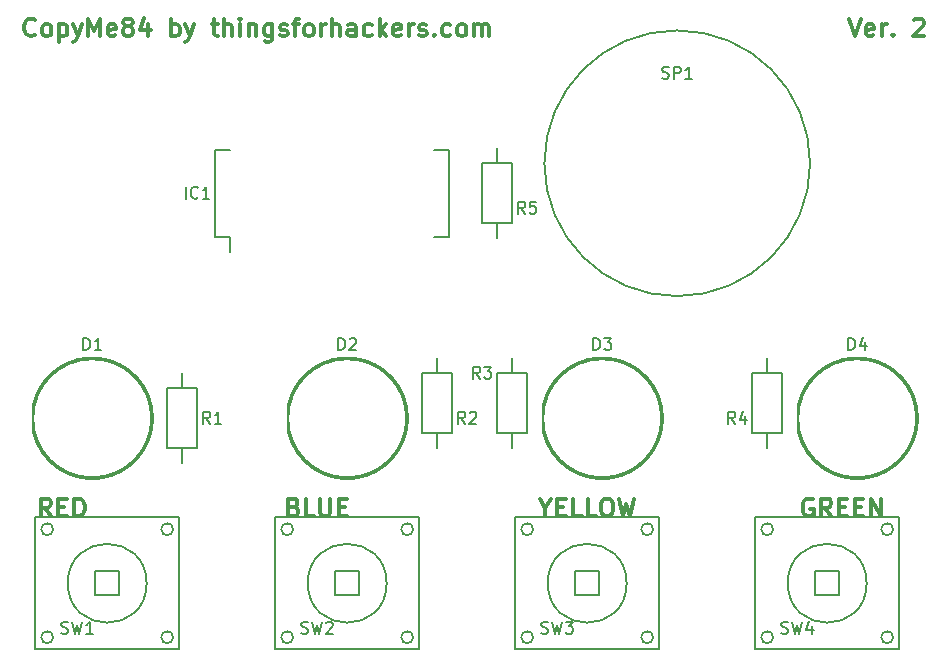
<source format=gbr>
G04 #@! TF.FileFunction,Legend,Top*
%FSLAX46Y46*%
G04 Gerber Fmt 4.6, Leading zero omitted, Abs format (unit mm)*
G04 Created by KiCad (PCBNEW 4.0.2-stable) date 09/07/2016 13:23:45*
%MOMM*%
G01*
G04 APERTURE LIST*
%ADD10C,0.100000*%
%ADD11C,0.300000*%
%ADD12C,0.150000*%
G04 APERTURE END LIST*
D10*
D11*
X174550001Y-77918571D02*
X175050001Y-79418571D01*
X175550001Y-77918571D01*
X176621429Y-79347143D02*
X176478572Y-79418571D01*
X176192858Y-79418571D01*
X176050001Y-79347143D01*
X175978572Y-79204286D01*
X175978572Y-78632857D01*
X176050001Y-78490000D01*
X176192858Y-78418571D01*
X176478572Y-78418571D01*
X176621429Y-78490000D01*
X176692858Y-78632857D01*
X176692858Y-78775714D01*
X175978572Y-78918571D01*
X177335715Y-79418571D02*
X177335715Y-78418571D01*
X177335715Y-78704286D02*
X177407143Y-78561429D01*
X177478572Y-78490000D01*
X177621429Y-78418571D01*
X177764286Y-78418571D01*
X178264286Y-79275714D02*
X178335714Y-79347143D01*
X178264286Y-79418571D01*
X178192857Y-79347143D01*
X178264286Y-79275714D01*
X178264286Y-79418571D01*
X180050000Y-78061429D02*
X180121429Y-77990000D01*
X180264286Y-77918571D01*
X180621429Y-77918571D01*
X180764286Y-77990000D01*
X180835715Y-78061429D01*
X180907143Y-78204286D01*
X180907143Y-78347143D01*
X180835715Y-78561429D01*
X179978572Y-79418571D01*
X180907143Y-79418571D01*
X171490000Y-118630000D02*
X171347143Y-118558571D01*
X171132857Y-118558571D01*
X170918572Y-118630000D01*
X170775714Y-118772857D01*
X170704286Y-118915714D01*
X170632857Y-119201429D01*
X170632857Y-119415714D01*
X170704286Y-119701429D01*
X170775714Y-119844286D01*
X170918572Y-119987143D01*
X171132857Y-120058571D01*
X171275714Y-120058571D01*
X171490000Y-119987143D01*
X171561429Y-119915714D01*
X171561429Y-119415714D01*
X171275714Y-119415714D01*
X173061429Y-120058571D02*
X172561429Y-119344286D01*
X172204286Y-120058571D02*
X172204286Y-118558571D01*
X172775714Y-118558571D01*
X172918572Y-118630000D01*
X172990000Y-118701429D01*
X173061429Y-118844286D01*
X173061429Y-119058571D01*
X172990000Y-119201429D01*
X172918572Y-119272857D01*
X172775714Y-119344286D01*
X172204286Y-119344286D01*
X173704286Y-119272857D02*
X174204286Y-119272857D01*
X174418572Y-120058571D02*
X173704286Y-120058571D01*
X173704286Y-118558571D01*
X174418572Y-118558571D01*
X175061429Y-119272857D02*
X175561429Y-119272857D01*
X175775715Y-120058571D02*
X175061429Y-120058571D01*
X175061429Y-118558571D01*
X175775715Y-118558571D01*
X176418572Y-120058571D02*
X176418572Y-118558571D01*
X177275715Y-120058571D01*
X177275715Y-118558571D01*
X148864285Y-119344286D02*
X148864285Y-120058571D01*
X148364285Y-118558571D02*
X148864285Y-119344286D01*
X149364285Y-118558571D01*
X149864285Y-119272857D02*
X150364285Y-119272857D01*
X150578571Y-120058571D02*
X149864285Y-120058571D01*
X149864285Y-118558571D01*
X150578571Y-118558571D01*
X151935714Y-120058571D02*
X151221428Y-120058571D01*
X151221428Y-118558571D01*
X153150000Y-120058571D02*
X152435714Y-120058571D01*
X152435714Y-118558571D01*
X153935714Y-118558571D02*
X154221428Y-118558571D01*
X154364286Y-118630000D01*
X154507143Y-118772857D01*
X154578571Y-119058571D01*
X154578571Y-119558571D01*
X154507143Y-119844286D01*
X154364286Y-119987143D01*
X154221428Y-120058571D01*
X153935714Y-120058571D01*
X153792857Y-119987143D01*
X153650000Y-119844286D01*
X153578571Y-119558571D01*
X153578571Y-119058571D01*
X153650000Y-118772857D01*
X153792857Y-118630000D01*
X153935714Y-118558571D01*
X155078572Y-118558571D02*
X155435715Y-120058571D01*
X155721429Y-118987143D01*
X156007143Y-120058571D01*
X156364286Y-118558571D01*
X127575714Y-119272857D02*
X127790000Y-119344286D01*
X127861428Y-119415714D01*
X127932857Y-119558571D01*
X127932857Y-119772857D01*
X127861428Y-119915714D01*
X127790000Y-119987143D01*
X127647142Y-120058571D01*
X127075714Y-120058571D01*
X127075714Y-118558571D01*
X127575714Y-118558571D01*
X127718571Y-118630000D01*
X127790000Y-118701429D01*
X127861428Y-118844286D01*
X127861428Y-118987143D01*
X127790000Y-119130000D01*
X127718571Y-119201429D01*
X127575714Y-119272857D01*
X127075714Y-119272857D01*
X129290000Y-120058571D02*
X128575714Y-120058571D01*
X128575714Y-118558571D01*
X129790000Y-118558571D02*
X129790000Y-119772857D01*
X129861428Y-119915714D01*
X129932857Y-119987143D01*
X130075714Y-120058571D01*
X130361428Y-120058571D01*
X130504286Y-119987143D01*
X130575714Y-119915714D01*
X130647143Y-119772857D01*
X130647143Y-118558571D01*
X131361429Y-119272857D02*
X131861429Y-119272857D01*
X132075715Y-120058571D02*
X131361429Y-120058571D01*
X131361429Y-118558571D01*
X132075715Y-118558571D01*
X106985715Y-120058571D02*
X106485715Y-119344286D01*
X106128572Y-120058571D02*
X106128572Y-118558571D01*
X106700000Y-118558571D01*
X106842858Y-118630000D01*
X106914286Y-118701429D01*
X106985715Y-118844286D01*
X106985715Y-119058571D01*
X106914286Y-119201429D01*
X106842858Y-119272857D01*
X106700000Y-119344286D01*
X106128572Y-119344286D01*
X107628572Y-119272857D02*
X108128572Y-119272857D01*
X108342858Y-120058571D02*
X107628572Y-120058571D01*
X107628572Y-118558571D01*
X108342858Y-118558571D01*
X108985715Y-120058571D02*
X108985715Y-118558571D01*
X109342858Y-118558571D01*
X109557143Y-118630000D01*
X109700001Y-118772857D01*
X109771429Y-118915714D01*
X109842858Y-119201429D01*
X109842858Y-119415714D01*
X109771429Y-119701429D01*
X109700001Y-119844286D01*
X109557143Y-119987143D01*
X109342858Y-120058571D01*
X108985715Y-120058571D01*
X105674286Y-79275714D02*
X105602857Y-79347143D01*
X105388571Y-79418571D01*
X105245714Y-79418571D01*
X105031429Y-79347143D01*
X104888571Y-79204286D01*
X104817143Y-79061429D01*
X104745714Y-78775714D01*
X104745714Y-78561429D01*
X104817143Y-78275714D01*
X104888571Y-78132857D01*
X105031429Y-77990000D01*
X105245714Y-77918571D01*
X105388571Y-77918571D01*
X105602857Y-77990000D01*
X105674286Y-78061429D01*
X106531429Y-79418571D02*
X106388571Y-79347143D01*
X106317143Y-79275714D01*
X106245714Y-79132857D01*
X106245714Y-78704286D01*
X106317143Y-78561429D01*
X106388571Y-78490000D01*
X106531429Y-78418571D01*
X106745714Y-78418571D01*
X106888571Y-78490000D01*
X106960000Y-78561429D01*
X107031429Y-78704286D01*
X107031429Y-79132857D01*
X106960000Y-79275714D01*
X106888571Y-79347143D01*
X106745714Y-79418571D01*
X106531429Y-79418571D01*
X107674286Y-78418571D02*
X107674286Y-79918571D01*
X107674286Y-78490000D02*
X107817143Y-78418571D01*
X108102857Y-78418571D01*
X108245714Y-78490000D01*
X108317143Y-78561429D01*
X108388572Y-78704286D01*
X108388572Y-79132857D01*
X108317143Y-79275714D01*
X108245714Y-79347143D01*
X108102857Y-79418571D01*
X107817143Y-79418571D01*
X107674286Y-79347143D01*
X108888572Y-78418571D02*
X109245715Y-79418571D01*
X109602857Y-78418571D02*
X109245715Y-79418571D01*
X109102857Y-79775714D01*
X109031429Y-79847143D01*
X108888572Y-79918571D01*
X110174286Y-79418571D02*
X110174286Y-77918571D01*
X110674286Y-78990000D01*
X111174286Y-77918571D01*
X111174286Y-79418571D01*
X112460000Y-79347143D02*
X112317143Y-79418571D01*
X112031429Y-79418571D01*
X111888572Y-79347143D01*
X111817143Y-79204286D01*
X111817143Y-78632857D01*
X111888572Y-78490000D01*
X112031429Y-78418571D01*
X112317143Y-78418571D01*
X112460000Y-78490000D01*
X112531429Y-78632857D01*
X112531429Y-78775714D01*
X111817143Y-78918571D01*
X113388572Y-78561429D02*
X113245714Y-78490000D01*
X113174286Y-78418571D01*
X113102857Y-78275714D01*
X113102857Y-78204286D01*
X113174286Y-78061429D01*
X113245714Y-77990000D01*
X113388572Y-77918571D01*
X113674286Y-77918571D01*
X113817143Y-77990000D01*
X113888572Y-78061429D01*
X113960000Y-78204286D01*
X113960000Y-78275714D01*
X113888572Y-78418571D01*
X113817143Y-78490000D01*
X113674286Y-78561429D01*
X113388572Y-78561429D01*
X113245714Y-78632857D01*
X113174286Y-78704286D01*
X113102857Y-78847143D01*
X113102857Y-79132857D01*
X113174286Y-79275714D01*
X113245714Y-79347143D01*
X113388572Y-79418571D01*
X113674286Y-79418571D01*
X113817143Y-79347143D01*
X113888572Y-79275714D01*
X113960000Y-79132857D01*
X113960000Y-78847143D01*
X113888572Y-78704286D01*
X113817143Y-78632857D01*
X113674286Y-78561429D01*
X115245714Y-78418571D02*
X115245714Y-79418571D01*
X114888571Y-77847143D02*
X114531428Y-78918571D01*
X115460000Y-78918571D01*
X117174285Y-79418571D02*
X117174285Y-77918571D01*
X117174285Y-78490000D02*
X117317142Y-78418571D01*
X117602856Y-78418571D01*
X117745713Y-78490000D01*
X117817142Y-78561429D01*
X117888571Y-78704286D01*
X117888571Y-79132857D01*
X117817142Y-79275714D01*
X117745713Y-79347143D01*
X117602856Y-79418571D01*
X117317142Y-79418571D01*
X117174285Y-79347143D01*
X118388571Y-78418571D02*
X118745714Y-79418571D01*
X119102856Y-78418571D02*
X118745714Y-79418571D01*
X118602856Y-79775714D01*
X118531428Y-79847143D01*
X118388571Y-79918571D01*
X120602856Y-78418571D02*
X121174285Y-78418571D01*
X120817142Y-77918571D02*
X120817142Y-79204286D01*
X120888570Y-79347143D01*
X121031428Y-79418571D01*
X121174285Y-79418571D01*
X121674285Y-79418571D02*
X121674285Y-77918571D01*
X122317142Y-79418571D02*
X122317142Y-78632857D01*
X122245713Y-78490000D01*
X122102856Y-78418571D01*
X121888571Y-78418571D01*
X121745713Y-78490000D01*
X121674285Y-78561429D01*
X123031428Y-79418571D02*
X123031428Y-78418571D01*
X123031428Y-77918571D02*
X122959999Y-77990000D01*
X123031428Y-78061429D01*
X123102856Y-77990000D01*
X123031428Y-77918571D01*
X123031428Y-78061429D01*
X123745714Y-78418571D02*
X123745714Y-79418571D01*
X123745714Y-78561429D02*
X123817142Y-78490000D01*
X123960000Y-78418571D01*
X124174285Y-78418571D01*
X124317142Y-78490000D01*
X124388571Y-78632857D01*
X124388571Y-79418571D01*
X125745714Y-78418571D02*
X125745714Y-79632857D01*
X125674285Y-79775714D01*
X125602857Y-79847143D01*
X125460000Y-79918571D01*
X125245714Y-79918571D01*
X125102857Y-79847143D01*
X125745714Y-79347143D02*
X125602857Y-79418571D01*
X125317143Y-79418571D01*
X125174285Y-79347143D01*
X125102857Y-79275714D01*
X125031428Y-79132857D01*
X125031428Y-78704286D01*
X125102857Y-78561429D01*
X125174285Y-78490000D01*
X125317143Y-78418571D01*
X125602857Y-78418571D01*
X125745714Y-78490000D01*
X126388571Y-79347143D02*
X126531428Y-79418571D01*
X126817143Y-79418571D01*
X126960000Y-79347143D01*
X127031428Y-79204286D01*
X127031428Y-79132857D01*
X126960000Y-78990000D01*
X126817143Y-78918571D01*
X126602857Y-78918571D01*
X126460000Y-78847143D01*
X126388571Y-78704286D01*
X126388571Y-78632857D01*
X126460000Y-78490000D01*
X126602857Y-78418571D01*
X126817143Y-78418571D01*
X126960000Y-78490000D01*
X127460000Y-78418571D02*
X128031429Y-78418571D01*
X127674286Y-79418571D02*
X127674286Y-78132857D01*
X127745714Y-77990000D01*
X127888572Y-77918571D01*
X128031429Y-77918571D01*
X128745715Y-79418571D02*
X128602857Y-79347143D01*
X128531429Y-79275714D01*
X128460000Y-79132857D01*
X128460000Y-78704286D01*
X128531429Y-78561429D01*
X128602857Y-78490000D01*
X128745715Y-78418571D01*
X128960000Y-78418571D01*
X129102857Y-78490000D01*
X129174286Y-78561429D01*
X129245715Y-78704286D01*
X129245715Y-79132857D01*
X129174286Y-79275714D01*
X129102857Y-79347143D01*
X128960000Y-79418571D01*
X128745715Y-79418571D01*
X129888572Y-79418571D02*
X129888572Y-78418571D01*
X129888572Y-78704286D02*
X129960000Y-78561429D01*
X130031429Y-78490000D01*
X130174286Y-78418571D01*
X130317143Y-78418571D01*
X130817143Y-79418571D02*
X130817143Y-77918571D01*
X131460000Y-79418571D02*
X131460000Y-78632857D01*
X131388571Y-78490000D01*
X131245714Y-78418571D01*
X131031429Y-78418571D01*
X130888571Y-78490000D01*
X130817143Y-78561429D01*
X132817143Y-79418571D02*
X132817143Y-78632857D01*
X132745714Y-78490000D01*
X132602857Y-78418571D01*
X132317143Y-78418571D01*
X132174286Y-78490000D01*
X132817143Y-79347143D02*
X132674286Y-79418571D01*
X132317143Y-79418571D01*
X132174286Y-79347143D01*
X132102857Y-79204286D01*
X132102857Y-79061429D01*
X132174286Y-78918571D01*
X132317143Y-78847143D01*
X132674286Y-78847143D01*
X132817143Y-78775714D01*
X134174286Y-79347143D02*
X134031429Y-79418571D01*
X133745715Y-79418571D01*
X133602857Y-79347143D01*
X133531429Y-79275714D01*
X133460000Y-79132857D01*
X133460000Y-78704286D01*
X133531429Y-78561429D01*
X133602857Y-78490000D01*
X133745715Y-78418571D01*
X134031429Y-78418571D01*
X134174286Y-78490000D01*
X134817143Y-79418571D02*
X134817143Y-77918571D01*
X134960000Y-78847143D02*
X135388571Y-79418571D01*
X135388571Y-78418571D02*
X134817143Y-78990000D01*
X136602857Y-79347143D02*
X136460000Y-79418571D01*
X136174286Y-79418571D01*
X136031429Y-79347143D01*
X135960000Y-79204286D01*
X135960000Y-78632857D01*
X136031429Y-78490000D01*
X136174286Y-78418571D01*
X136460000Y-78418571D01*
X136602857Y-78490000D01*
X136674286Y-78632857D01*
X136674286Y-78775714D01*
X135960000Y-78918571D01*
X137317143Y-79418571D02*
X137317143Y-78418571D01*
X137317143Y-78704286D02*
X137388571Y-78561429D01*
X137460000Y-78490000D01*
X137602857Y-78418571D01*
X137745714Y-78418571D01*
X138174285Y-79347143D02*
X138317142Y-79418571D01*
X138602857Y-79418571D01*
X138745714Y-79347143D01*
X138817142Y-79204286D01*
X138817142Y-79132857D01*
X138745714Y-78990000D01*
X138602857Y-78918571D01*
X138388571Y-78918571D01*
X138245714Y-78847143D01*
X138174285Y-78704286D01*
X138174285Y-78632857D01*
X138245714Y-78490000D01*
X138388571Y-78418571D01*
X138602857Y-78418571D01*
X138745714Y-78490000D01*
X139460000Y-79275714D02*
X139531428Y-79347143D01*
X139460000Y-79418571D01*
X139388571Y-79347143D01*
X139460000Y-79275714D01*
X139460000Y-79418571D01*
X140817143Y-79347143D02*
X140674286Y-79418571D01*
X140388572Y-79418571D01*
X140245714Y-79347143D01*
X140174286Y-79275714D01*
X140102857Y-79132857D01*
X140102857Y-78704286D01*
X140174286Y-78561429D01*
X140245714Y-78490000D01*
X140388572Y-78418571D01*
X140674286Y-78418571D01*
X140817143Y-78490000D01*
X141674286Y-79418571D02*
X141531428Y-79347143D01*
X141460000Y-79275714D01*
X141388571Y-79132857D01*
X141388571Y-78704286D01*
X141460000Y-78561429D01*
X141531428Y-78490000D01*
X141674286Y-78418571D01*
X141888571Y-78418571D01*
X142031428Y-78490000D01*
X142102857Y-78561429D01*
X142174286Y-78704286D01*
X142174286Y-79132857D01*
X142102857Y-79275714D01*
X142031428Y-79347143D01*
X141888571Y-79418571D01*
X141674286Y-79418571D01*
X142817143Y-79418571D02*
X142817143Y-78418571D01*
X142817143Y-78561429D02*
X142888571Y-78490000D01*
X143031429Y-78418571D01*
X143245714Y-78418571D01*
X143388571Y-78490000D01*
X143460000Y-78632857D01*
X143460000Y-79418571D01*
X143460000Y-78632857D02*
X143531429Y-78490000D01*
X143674286Y-78418571D01*
X143888571Y-78418571D01*
X144031429Y-78490000D01*
X144102857Y-78632857D01*
X144102857Y-79418571D01*
D12*
X105490000Y-110530000D02*
X105490000Y-112990000D01*
X105493439Y-113003899D02*
G75*
G03X105490000Y-110530000I4996561J1243899D01*
G01*
X115490000Y-111760000D02*
G75*
G03X115490000Y-111760000I-5000000J0D01*
G01*
X127080000Y-110530000D02*
X127080000Y-112990000D01*
X127083439Y-113003899D02*
G75*
G03X127080000Y-110530000I4996561J1243899D01*
G01*
X137080000Y-111760000D02*
G75*
G03X137080000Y-111760000I-5000000J0D01*
G01*
X148670000Y-110530000D02*
X148670000Y-112990000D01*
X148673439Y-113003899D02*
G75*
G03X148670000Y-110530000I4996561J1243899D01*
G01*
X158670000Y-111760000D02*
G75*
G03X158670000Y-111760000I-5000000J0D01*
G01*
X170260000Y-110530000D02*
X170260000Y-112990000D01*
X170263439Y-113003899D02*
G75*
G03X170260000Y-110530000I4996561J1243899D01*
G01*
X180260000Y-111760000D02*
G75*
G03X180260000Y-111760000I-5000000J0D01*
G01*
X120895000Y-96385000D02*
X122165000Y-96385000D01*
X120895000Y-89035000D02*
X122165000Y-89035000D01*
X140725000Y-89035000D02*
X139455000Y-89035000D01*
X140725000Y-96385000D02*
X139455000Y-96385000D01*
X120895000Y-96385000D02*
X120895000Y-89035000D01*
X140725000Y-96385000D02*
X140725000Y-89035000D01*
X122165000Y-96385000D02*
X122165000Y-97670000D01*
X119380000Y-109220000D02*
X119380000Y-114300000D01*
X119380000Y-114300000D02*
X116840000Y-114300000D01*
X116840000Y-114300000D02*
X116840000Y-109220000D01*
X116840000Y-109220000D02*
X119380000Y-109220000D01*
X118110000Y-109220000D02*
X118110000Y-107950000D01*
X118110000Y-114300000D02*
X118110000Y-115570000D01*
X140970000Y-107950000D02*
X140970000Y-113030000D01*
X140970000Y-113030000D02*
X138430000Y-113030000D01*
X138430000Y-113030000D02*
X138430000Y-107950000D01*
X138430000Y-107950000D02*
X140970000Y-107950000D01*
X139700000Y-107950000D02*
X139700000Y-106680000D01*
X139700000Y-113030000D02*
X139700000Y-114300000D01*
X147320000Y-107950000D02*
X147320000Y-113030000D01*
X147320000Y-113030000D02*
X144780000Y-113030000D01*
X144780000Y-113030000D02*
X144780000Y-107950000D01*
X144780000Y-107950000D02*
X147320000Y-107950000D01*
X146050000Y-107950000D02*
X146050000Y-106680000D01*
X146050000Y-113030000D02*
X146050000Y-114300000D01*
X168910000Y-107950000D02*
X168910000Y-113030000D01*
X168910000Y-113030000D02*
X166370000Y-113030000D01*
X166370000Y-113030000D02*
X166370000Y-107950000D01*
X166370000Y-107950000D02*
X168910000Y-107950000D01*
X167640000Y-107950000D02*
X167640000Y-106680000D01*
X167640000Y-113030000D02*
X167640000Y-114300000D01*
X143510000Y-95250000D02*
X143510000Y-90170000D01*
X143510000Y-90170000D02*
X146050000Y-90170000D01*
X146050000Y-90170000D02*
X146050000Y-95250000D01*
X146050000Y-95250000D02*
X143510000Y-95250000D01*
X144780000Y-95250000D02*
X144780000Y-96520000D01*
X144780000Y-90170000D02*
X144780000Y-88900000D01*
X171270000Y-90170000D02*
G75*
G03X171270000Y-90170000I-11250000J0D01*
G01*
X110744000Y-124714000D02*
X112776000Y-124714000D01*
X112776000Y-124714000D02*
X112776000Y-126746000D01*
X112776000Y-126746000D02*
X110744000Y-126746000D01*
X110744000Y-126746000D02*
X110744000Y-124714000D01*
X117348000Y-130302000D02*
G75*
G03X117348000Y-130302000I-508000J0D01*
G01*
X107188000Y-130302000D02*
G75*
G03X107188000Y-130302000I-508000J0D01*
G01*
X117348000Y-121158000D02*
G75*
G03X117348000Y-121158000I-508000J0D01*
G01*
X107188000Y-121158000D02*
G75*
G03X107188000Y-121158000I-508000J0D01*
G01*
X115100000Y-125730000D02*
G75*
G03X115100000Y-125730000I-3340000J0D01*
G01*
X117856000Y-120142000D02*
X117856000Y-131318000D01*
X105664000Y-131318000D02*
X105664000Y-120142000D01*
X105664000Y-131318000D02*
X117856000Y-131318000D01*
X117856000Y-120142000D02*
X105664000Y-120142000D01*
X131064000Y-124714000D02*
X133096000Y-124714000D01*
X133096000Y-124714000D02*
X133096000Y-126746000D01*
X133096000Y-126746000D02*
X131064000Y-126746000D01*
X131064000Y-126746000D02*
X131064000Y-124714000D01*
X137668000Y-130302000D02*
G75*
G03X137668000Y-130302000I-508000J0D01*
G01*
X127508000Y-130302000D02*
G75*
G03X127508000Y-130302000I-508000J0D01*
G01*
X137668000Y-121158000D02*
G75*
G03X137668000Y-121158000I-508000J0D01*
G01*
X127508000Y-121158000D02*
G75*
G03X127508000Y-121158000I-508000J0D01*
G01*
X135420000Y-125730000D02*
G75*
G03X135420000Y-125730000I-3340000J0D01*
G01*
X138176000Y-120142000D02*
X138176000Y-131318000D01*
X125984000Y-131318000D02*
X125984000Y-120142000D01*
X125984000Y-131318000D02*
X138176000Y-131318000D01*
X138176000Y-120142000D02*
X125984000Y-120142000D01*
X151384000Y-124714000D02*
X153416000Y-124714000D01*
X153416000Y-124714000D02*
X153416000Y-126746000D01*
X153416000Y-126746000D02*
X151384000Y-126746000D01*
X151384000Y-126746000D02*
X151384000Y-124714000D01*
X157988000Y-130302000D02*
G75*
G03X157988000Y-130302000I-508000J0D01*
G01*
X147828000Y-130302000D02*
G75*
G03X147828000Y-130302000I-508000J0D01*
G01*
X157988000Y-121158000D02*
G75*
G03X157988000Y-121158000I-508000J0D01*
G01*
X147828000Y-121158000D02*
G75*
G03X147828000Y-121158000I-508000J0D01*
G01*
X155740000Y-125730000D02*
G75*
G03X155740000Y-125730000I-3340000J0D01*
G01*
X158496000Y-120142000D02*
X158496000Y-131318000D01*
X146304000Y-131318000D02*
X146304000Y-120142000D01*
X146304000Y-131318000D02*
X158496000Y-131318000D01*
X158496000Y-120142000D02*
X146304000Y-120142000D01*
X171704000Y-124714000D02*
X173736000Y-124714000D01*
X173736000Y-124714000D02*
X173736000Y-126746000D01*
X173736000Y-126746000D02*
X171704000Y-126746000D01*
X171704000Y-126746000D02*
X171704000Y-124714000D01*
X178308000Y-130302000D02*
G75*
G03X178308000Y-130302000I-508000J0D01*
G01*
X168148000Y-130302000D02*
G75*
G03X168148000Y-130302000I-508000J0D01*
G01*
X178308000Y-121158000D02*
G75*
G03X178308000Y-121158000I-508000J0D01*
G01*
X168148000Y-121158000D02*
G75*
G03X168148000Y-121158000I-508000J0D01*
G01*
X176060000Y-125730000D02*
G75*
G03X176060000Y-125730000I-3340000J0D01*
G01*
X178816000Y-120142000D02*
X178816000Y-131318000D01*
X166624000Y-131318000D02*
X166624000Y-120142000D01*
X166624000Y-131318000D02*
X178816000Y-131318000D01*
X178816000Y-120142000D02*
X166624000Y-120142000D01*
X109751905Y-105962381D02*
X109751905Y-104962381D01*
X109990000Y-104962381D01*
X110132858Y-105010000D01*
X110228096Y-105105238D01*
X110275715Y-105200476D01*
X110323334Y-105390952D01*
X110323334Y-105533810D01*
X110275715Y-105724286D01*
X110228096Y-105819524D01*
X110132858Y-105914762D01*
X109990000Y-105962381D01*
X109751905Y-105962381D01*
X111275715Y-105962381D02*
X110704286Y-105962381D01*
X110990000Y-105962381D02*
X110990000Y-104962381D01*
X110894762Y-105105238D01*
X110799524Y-105200476D01*
X110704286Y-105248095D01*
X131341905Y-105962381D02*
X131341905Y-104962381D01*
X131580000Y-104962381D01*
X131722858Y-105010000D01*
X131818096Y-105105238D01*
X131865715Y-105200476D01*
X131913334Y-105390952D01*
X131913334Y-105533810D01*
X131865715Y-105724286D01*
X131818096Y-105819524D01*
X131722858Y-105914762D01*
X131580000Y-105962381D01*
X131341905Y-105962381D01*
X132294286Y-105057619D02*
X132341905Y-105010000D01*
X132437143Y-104962381D01*
X132675239Y-104962381D01*
X132770477Y-105010000D01*
X132818096Y-105057619D01*
X132865715Y-105152857D01*
X132865715Y-105248095D01*
X132818096Y-105390952D01*
X132246667Y-105962381D01*
X132865715Y-105962381D01*
X152931905Y-105962381D02*
X152931905Y-104962381D01*
X153170000Y-104962381D01*
X153312858Y-105010000D01*
X153408096Y-105105238D01*
X153455715Y-105200476D01*
X153503334Y-105390952D01*
X153503334Y-105533810D01*
X153455715Y-105724286D01*
X153408096Y-105819524D01*
X153312858Y-105914762D01*
X153170000Y-105962381D01*
X152931905Y-105962381D01*
X153836667Y-104962381D02*
X154455715Y-104962381D01*
X154122381Y-105343333D01*
X154265239Y-105343333D01*
X154360477Y-105390952D01*
X154408096Y-105438571D01*
X154455715Y-105533810D01*
X154455715Y-105771905D01*
X154408096Y-105867143D01*
X154360477Y-105914762D01*
X154265239Y-105962381D01*
X153979524Y-105962381D01*
X153884286Y-105914762D01*
X153836667Y-105867143D01*
X174521905Y-105962381D02*
X174521905Y-104962381D01*
X174760000Y-104962381D01*
X174902858Y-105010000D01*
X174998096Y-105105238D01*
X175045715Y-105200476D01*
X175093334Y-105390952D01*
X175093334Y-105533810D01*
X175045715Y-105724286D01*
X174998096Y-105819524D01*
X174902858Y-105914762D01*
X174760000Y-105962381D01*
X174521905Y-105962381D01*
X175950477Y-105295714D02*
X175950477Y-105962381D01*
X175712381Y-104914762D02*
X175474286Y-105629048D01*
X176093334Y-105629048D01*
X118403810Y-93162381D02*
X118403810Y-92162381D01*
X119451429Y-93067143D02*
X119403810Y-93114762D01*
X119260953Y-93162381D01*
X119165715Y-93162381D01*
X119022857Y-93114762D01*
X118927619Y-93019524D01*
X118880000Y-92924286D01*
X118832381Y-92733810D01*
X118832381Y-92590952D01*
X118880000Y-92400476D01*
X118927619Y-92305238D01*
X119022857Y-92210000D01*
X119165715Y-92162381D01*
X119260953Y-92162381D01*
X119403810Y-92210000D01*
X119451429Y-92257619D01*
X120403810Y-93162381D02*
X119832381Y-93162381D01*
X120118095Y-93162381D02*
X120118095Y-92162381D01*
X120022857Y-92305238D01*
X119927619Y-92400476D01*
X119832381Y-92448095D01*
X120483334Y-112212381D02*
X120150000Y-111736190D01*
X119911905Y-112212381D02*
X119911905Y-111212381D01*
X120292858Y-111212381D01*
X120388096Y-111260000D01*
X120435715Y-111307619D01*
X120483334Y-111402857D01*
X120483334Y-111545714D01*
X120435715Y-111640952D01*
X120388096Y-111688571D01*
X120292858Y-111736190D01*
X119911905Y-111736190D01*
X121435715Y-112212381D02*
X120864286Y-112212381D01*
X121150000Y-112212381D02*
X121150000Y-111212381D01*
X121054762Y-111355238D01*
X120959524Y-111450476D01*
X120864286Y-111498095D01*
X142073334Y-112212381D02*
X141740000Y-111736190D01*
X141501905Y-112212381D02*
X141501905Y-111212381D01*
X141882858Y-111212381D01*
X141978096Y-111260000D01*
X142025715Y-111307619D01*
X142073334Y-111402857D01*
X142073334Y-111545714D01*
X142025715Y-111640952D01*
X141978096Y-111688571D01*
X141882858Y-111736190D01*
X141501905Y-111736190D01*
X142454286Y-111307619D02*
X142501905Y-111260000D01*
X142597143Y-111212381D01*
X142835239Y-111212381D01*
X142930477Y-111260000D01*
X142978096Y-111307619D01*
X143025715Y-111402857D01*
X143025715Y-111498095D01*
X142978096Y-111640952D01*
X142406667Y-112212381D01*
X143025715Y-112212381D01*
X143343334Y-108402381D02*
X143010000Y-107926190D01*
X142771905Y-108402381D02*
X142771905Y-107402381D01*
X143152858Y-107402381D01*
X143248096Y-107450000D01*
X143295715Y-107497619D01*
X143343334Y-107592857D01*
X143343334Y-107735714D01*
X143295715Y-107830952D01*
X143248096Y-107878571D01*
X143152858Y-107926190D01*
X142771905Y-107926190D01*
X143676667Y-107402381D02*
X144295715Y-107402381D01*
X143962381Y-107783333D01*
X144105239Y-107783333D01*
X144200477Y-107830952D01*
X144248096Y-107878571D01*
X144295715Y-107973810D01*
X144295715Y-108211905D01*
X144248096Y-108307143D01*
X144200477Y-108354762D01*
X144105239Y-108402381D01*
X143819524Y-108402381D01*
X143724286Y-108354762D01*
X143676667Y-108307143D01*
X164933334Y-112212381D02*
X164600000Y-111736190D01*
X164361905Y-112212381D02*
X164361905Y-111212381D01*
X164742858Y-111212381D01*
X164838096Y-111260000D01*
X164885715Y-111307619D01*
X164933334Y-111402857D01*
X164933334Y-111545714D01*
X164885715Y-111640952D01*
X164838096Y-111688571D01*
X164742858Y-111736190D01*
X164361905Y-111736190D01*
X165790477Y-111545714D02*
X165790477Y-112212381D01*
X165552381Y-111164762D02*
X165314286Y-111879048D01*
X165933334Y-111879048D01*
X147153334Y-94432381D02*
X146820000Y-93956190D01*
X146581905Y-94432381D02*
X146581905Y-93432381D01*
X146962858Y-93432381D01*
X147058096Y-93480000D01*
X147105715Y-93527619D01*
X147153334Y-93622857D01*
X147153334Y-93765714D01*
X147105715Y-93860952D01*
X147058096Y-93908571D01*
X146962858Y-93956190D01*
X146581905Y-93956190D01*
X148058096Y-93432381D02*
X147581905Y-93432381D01*
X147534286Y-93908571D01*
X147581905Y-93860952D01*
X147677143Y-93813333D01*
X147915239Y-93813333D01*
X148010477Y-93860952D01*
X148058096Y-93908571D01*
X148105715Y-94003810D01*
X148105715Y-94241905D01*
X148058096Y-94337143D01*
X148010477Y-94384762D01*
X147915239Y-94432381D01*
X147677143Y-94432381D01*
X147581905Y-94384762D01*
X147534286Y-94337143D01*
X158758095Y-82954762D02*
X158900952Y-83002381D01*
X159139048Y-83002381D01*
X159234286Y-82954762D01*
X159281905Y-82907143D01*
X159329524Y-82811905D01*
X159329524Y-82716667D01*
X159281905Y-82621429D01*
X159234286Y-82573810D01*
X159139048Y-82526190D01*
X158948571Y-82478571D01*
X158853333Y-82430952D01*
X158805714Y-82383333D01*
X158758095Y-82288095D01*
X158758095Y-82192857D01*
X158805714Y-82097619D01*
X158853333Y-82050000D01*
X158948571Y-82002381D01*
X159186667Y-82002381D01*
X159329524Y-82050000D01*
X159758095Y-83002381D02*
X159758095Y-82002381D01*
X160139048Y-82002381D01*
X160234286Y-82050000D01*
X160281905Y-82097619D01*
X160329524Y-82192857D01*
X160329524Y-82335714D01*
X160281905Y-82430952D01*
X160234286Y-82478571D01*
X160139048Y-82526190D01*
X159758095Y-82526190D01*
X161281905Y-83002381D02*
X160710476Y-83002381D01*
X160996190Y-83002381D02*
X160996190Y-82002381D01*
X160900952Y-82145238D01*
X160805714Y-82240476D01*
X160710476Y-82288095D01*
X107886667Y-129944762D02*
X108029524Y-129992381D01*
X108267620Y-129992381D01*
X108362858Y-129944762D01*
X108410477Y-129897143D01*
X108458096Y-129801905D01*
X108458096Y-129706667D01*
X108410477Y-129611429D01*
X108362858Y-129563810D01*
X108267620Y-129516190D01*
X108077143Y-129468571D01*
X107981905Y-129420952D01*
X107934286Y-129373333D01*
X107886667Y-129278095D01*
X107886667Y-129182857D01*
X107934286Y-129087619D01*
X107981905Y-129040000D01*
X108077143Y-128992381D01*
X108315239Y-128992381D01*
X108458096Y-129040000D01*
X108791429Y-128992381D02*
X109029524Y-129992381D01*
X109220001Y-129278095D01*
X109410477Y-129992381D01*
X109648572Y-128992381D01*
X110553334Y-129992381D02*
X109981905Y-129992381D01*
X110267619Y-129992381D02*
X110267619Y-128992381D01*
X110172381Y-129135238D01*
X110077143Y-129230476D01*
X109981905Y-129278095D01*
X128206667Y-129944762D02*
X128349524Y-129992381D01*
X128587620Y-129992381D01*
X128682858Y-129944762D01*
X128730477Y-129897143D01*
X128778096Y-129801905D01*
X128778096Y-129706667D01*
X128730477Y-129611429D01*
X128682858Y-129563810D01*
X128587620Y-129516190D01*
X128397143Y-129468571D01*
X128301905Y-129420952D01*
X128254286Y-129373333D01*
X128206667Y-129278095D01*
X128206667Y-129182857D01*
X128254286Y-129087619D01*
X128301905Y-129040000D01*
X128397143Y-128992381D01*
X128635239Y-128992381D01*
X128778096Y-129040000D01*
X129111429Y-128992381D02*
X129349524Y-129992381D01*
X129540001Y-129278095D01*
X129730477Y-129992381D01*
X129968572Y-128992381D01*
X130301905Y-129087619D02*
X130349524Y-129040000D01*
X130444762Y-128992381D01*
X130682858Y-128992381D01*
X130778096Y-129040000D01*
X130825715Y-129087619D01*
X130873334Y-129182857D01*
X130873334Y-129278095D01*
X130825715Y-129420952D01*
X130254286Y-129992381D01*
X130873334Y-129992381D01*
X148526667Y-129944762D02*
X148669524Y-129992381D01*
X148907620Y-129992381D01*
X149002858Y-129944762D01*
X149050477Y-129897143D01*
X149098096Y-129801905D01*
X149098096Y-129706667D01*
X149050477Y-129611429D01*
X149002858Y-129563810D01*
X148907620Y-129516190D01*
X148717143Y-129468571D01*
X148621905Y-129420952D01*
X148574286Y-129373333D01*
X148526667Y-129278095D01*
X148526667Y-129182857D01*
X148574286Y-129087619D01*
X148621905Y-129040000D01*
X148717143Y-128992381D01*
X148955239Y-128992381D01*
X149098096Y-129040000D01*
X149431429Y-128992381D02*
X149669524Y-129992381D01*
X149860001Y-129278095D01*
X150050477Y-129992381D01*
X150288572Y-128992381D01*
X150574286Y-128992381D02*
X151193334Y-128992381D01*
X150860000Y-129373333D01*
X151002858Y-129373333D01*
X151098096Y-129420952D01*
X151145715Y-129468571D01*
X151193334Y-129563810D01*
X151193334Y-129801905D01*
X151145715Y-129897143D01*
X151098096Y-129944762D01*
X151002858Y-129992381D01*
X150717143Y-129992381D01*
X150621905Y-129944762D01*
X150574286Y-129897143D01*
X168846667Y-129944762D02*
X168989524Y-129992381D01*
X169227620Y-129992381D01*
X169322858Y-129944762D01*
X169370477Y-129897143D01*
X169418096Y-129801905D01*
X169418096Y-129706667D01*
X169370477Y-129611429D01*
X169322858Y-129563810D01*
X169227620Y-129516190D01*
X169037143Y-129468571D01*
X168941905Y-129420952D01*
X168894286Y-129373333D01*
X168846667Y-129278095D01*
X168846667Y-129182857D01*
X168894286Y-129087619D01*
X168941905Y-129040000D01*
X169037143Y-128992381D01*
X169275239Y-128992381D01*
X169418096Y-129040000D01*
X169751429Y-128992381D02*
X169989524Y-129992381D01*
X170180001Y-129278095D01*
X170370477Y-129992381D01*
X170608572Y-128992381D01*
X171418096Y-129325714D02*
X171418096Y-129992381D01*
X171180000Y-128944762D02*
X170941905Y-129659048D01*
X171560953Y-129659048D01*
M02*

</source>
